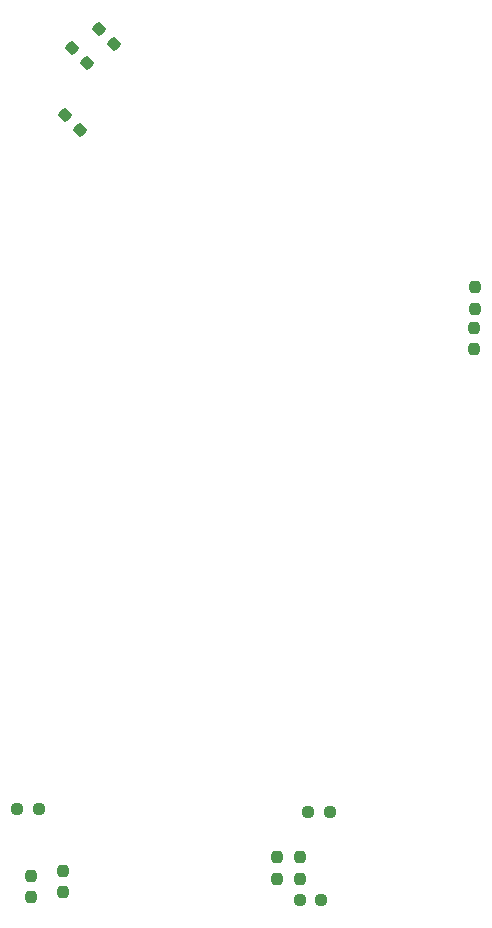
<source format=gbp>
%TF.GenerationSoftware,KiCad,Pcbnew,7.0.9*%
%TF.CreationDate,2024-01-15T17:26:04-08:00*%
%TF.ProjectId,mercury_2ir,6d657263-7572-4795-9f32-69722e6b6963,rev?*%
%TF.SameCoordinates,Original*%
%TF.FileFunction,Paste,Bot*%
%TF.FilePolarity,Positive*%
%FSLAX46Y46*%
G04 Gerber Fmt 4.6, Leading zero omitted, Abs format (unit mm)*
G04 Created by KiCad (PCBNEW 7.0.9) date 2024-01-15 17:26:04*
%MOMM*%
%LPD*%
G01*
G04 APERTURE LIST*
G04 Aperture macros list*
%AMRoundRect*
0 Rectangle with rounded corners*
0 $1 Rounding radius*
0 $2 $3 $4 $5 $6 $7 $8 $9 X,Y pos of 4 corners*
0 Add a 4 corners polygon primitive as box body*
4,1,4,$2,$3,$4,$5,$6,$7,$8,$9,$2,$3,0*
0 Add four circle primitives for the rounded corners*
1,1,$1+$1,$2,$3*
1,1,$1+$1,$4,$5*
1,1,$1+$1,$6,$7*
1,1,$1+$1,$8,$9*
0 Add four rect primitives between the rounded corners*
20,1,$1+$1,$2,$3,$4,$5,0*
20,1,$1+$1,$4,$5,$6,$7,0*
20,1,$1+$1,$6,$7,$8,$9,0*
20,1,$1+$1,$8,$9,$2,$3,0*%
G04 Aperture macros list end*
%ADD10RoundRect,0.237500X-0.250000X-0.237500X0.250000X-0.237500X0.250000X0.237500X-0.250000X0.237500X0*%
%ADD11RoundRect,0.237500X-0.237500X0.250000X-0.237500X-0.250000X0.237500X-0.250000X0.237500X0.250000X0*%
%ADD12RoundRect,0.237500X0.250000X0.237500X-0.250000X0.237500X-0.250000X-0.237500X0.250000X-0.237500X0*%
%ADD13RoundRect,0.237500X0.237500X-0.250000X0.237500X0.250000X-0.237500X0.250000X-0.237500X-0.250000X0*%
%ADD14RoundRect,0.237500X0.344715X-0.008839X-0.008839X0.344715X-0.344715X0.008839X0.008839X-0.344715X0*%
%ADD15RoundRect,0.237500X-0.344715X0.008839X0.008839X-0.344715X0.344715X-0.008839X-0.008839X0.344715X0*%
G04 APERTURE END LIST*
D10*
%TO.C,R13*%
X130037500Y-148050000D03*
X131862500Y-148050000D03*
%TD*%
D11*
%TO.C,R21*%
X127360000Y-151927500D03*
X127360000Y-153752500D03*
%TD*%
%TO.C,R28*%
X144150000Y-103662500D03*
X144150000Y-105487500D03*
%TD*%
D12*
%TO.C,R12*%
X131137500Y-155550000D03*
X129312500Y-155550000D03*
%TD*%
D13*
%TO.C,R19*%
X144100000Y-108887500D03*
X144100000Y-107062500D03*
%TD*%
D14*
%TO.C,R29*%
X113575235Y-83045235D03*
X112284765Y-81754765D03*
%TD*%
%TO.C,R37*%
X111320235Y-84695235D03*
X110029765Y-83404765D03*
%TD*%
D12*
%TO.C,R18*%
X107237500Y-147840000D03*
X105412500Y-147840000D03*
%TD*%
D15*
%TO.C,R30*%
X109404765Y-89029765D03*
X110695235Y-90320235D03*
%TD*%
D11*
%TO.C,R17*%
X109240000Y-153047500D03*
X109240000Y-154872500D03*
%TD*%
%TO.C,R40*%
X106590000Y-153457500D03*
X106590000Y-155282500D03*
%TD*%
%TO.C,R20*%
X129330000Y-151917500D03*
X129330000Y-153742500D03*
%TD*%
M02*

</source>
